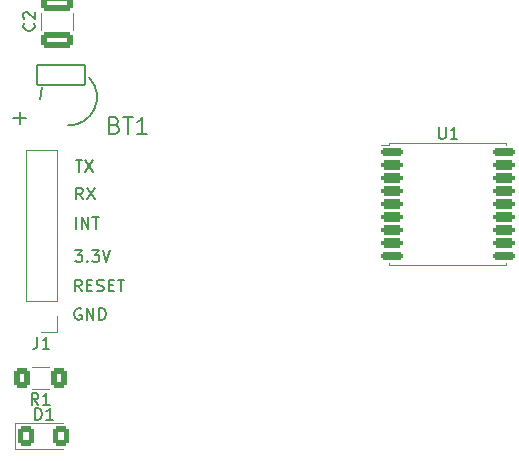
<source format=gbr>
%TF.GenerationSoftware,KiCad,Pcbnew,7.0.6-0*%
%TF.CreationDate,2024-12-08T09:24:40-03:00*%
%TF.ProjectId,CommsBoard,436f6d6d-7342-46f6-9172-642e6b696361,rev?*%
%TF.SameCoordinates,Original*%
%TF.FileFunction,Legend,Top*%
%TF.FilePolarity,Positive*%
%FSLAX46Y46*%
G04 Gerber Fmt 4.6, Leading zero omitted, Abs format (unit mm)*
G04 Created by KiCad (PCBNEW 7.0.6-0) date 2024-12-08 09:24:40*
%MOMM*%
%LPD*%
G01*
G04 APERTURE LIST*
G04 Aperture macros list*
%AMRoundRect*
0 Rectangle with rounded corners*
0 $1 Rounding radius*
0 $2 $3 $4 $5 $6 $7 $8 $9 X,Y pos of 4 corners*
0 Add a 4 corners polygon primitive as box body*
4,1,4,$2,$3,$4,$5,$6,$7,$8,$9,$2,$3,0*
0 Add four circle primitives for the rounded corners*
1,1,$1+$1,$2,$3*
1,1,$1+$1,$4,$5*
1,1,$1+$1,$6,$7*
1,1,$1+$1,$8,$9*
0 Add four rect primitives between the rounded corners*
20,1,$1+$1,$2,$3,$4,$5,0*
20,1,$1+$1,$4,$5,$6,$7,0*
20,1,$1+$1,$6,$7,$8,$9,0*
20,1,$1+$1,$8,$9,$2,$3,0*%
G04 Aperture macros list end*
%ADD10C,0.150000*%
%ADD11C,0.120000*%
%ADD12C,0.127000*%
%ADD13C,0.000100*%
%ADD14C,1.200000*%
%ADD15R,1.700000X1.700000*%
%ADD16O,1.700000X1.700000*%
%ADD17C,3.200000*%
%ADD18RoundRect,0.175000X-0.725000X-0.175000X0.725000X-0.175000X0.725000X0.175000X-0.725000X0.175000X0*%
%ADD19RoundRect,0.200000X-0.700000X-0.200000X0.700000X-0.200000X0.700000X0.200000X-0.700000X0.200000X0*%
%ADD20RoundRect,0.250000X0.400000X0.625000X-0.400000X0.625000X-0.400000X-0.625000X0.400000X-0.625000X0*%
%ADD21RoundRect,0.250000X1.100000X-0.412500X1.100000X0.412500X-1.100000X0.412500X-1.100000X-0.412500X0*%
%ADD22RoundRect,0.250001X-0.462499X-0.624999X0.462499X-0.624999X0.462499X0.624999X-0.462499X0.624999X0*%
%ADD23RoundRect,0.102000X2.050000X0.850000X-2.050000X0.850000X-2.050000X-0.850000X2.050000X-0.850000X0*%
%ADD24C,2.704000*%
%ADD25C,0.609600*%
G04 APERTURE END LIST*
D10*
X77018607Y-95469819D02*
X76685274Y-94993628D01*
X76447179Y-95469819D02*
X76447179Y-94469819D01*
X76447179Y-94469819D02*
X76828131Y-94469819D01*
X76828131Y-94469819D02*
X76923369Y-94517438D01*
X76923369Y-94517438D02*
X76970988Y-94565057D01*
X76970988Y-94565057D02*
X77018607Y-94660295D01*
X77018607Y-94660295D02*
X77018607Y-94803152D01*
X77018607Y-94803152D02*
X76970988Y-94898390D01*
X76970988Y-94898390D02*
X76923369Y-94946009D01*
X76923369Y-94946009D02*
X76828131Y-94993628D01*
X76828131Y-94993628D02*
X76447179Y-94993628D01*
X77447179Y-94946009D02*
X77780512Y-94946009D01*
X77923369Y-95469819D02*
X77447179Y-95469819D01*
X77447179Y-95469819D02*
X77447179Y-94469819D01*
X77447179Y-94469819D02*
X77923369Y-94469819D01*
X78304322Y-95422200D02*
X78447179Y-95469819D01*
X78447179Y-95469819D02*
X78685274Y-95469819D01*
X78685274Y-95469819D02*
X78780512Y-95422200D01*
X78780512Y-95422200D02*
X78828131Y-95374580D01*
X78828131Y-95374580D02*
X78875750Y-95279342D01*
X78875750Y-95279342D02*
X78875750Y-95184104D01*
X78875750Y-95184104D02*
X78828131Y-95088866D01*
X78828131Y-95088866D02*
X78780512Y-95041247D01*
X78780512Y-95041247D02*
X78685274Y-94993628D01*
X78685274Y-94993628D02*
X78494798Y-94946009D01*
X78494798Y-94946009D02*
X78399560Y-94898390D01*
X78399560Y-94898390D02*
X78351941Y-94850771D01*
X78351941Y-94850771D02*
X78304322Y-94755533D01*
X78304322Y-94755533D02*
X78304322Y-94660295D01*
X78304322Y-94660295D02*
X78351941Y-94565057D01*
X78351941Y-94565057D02*
X78399560Y-94517438D01*
X78399560Y-94517438D02*
X78494798Y-94469819D01*
X78494798Y-94469819D02*
X78732893Y-94469819D01*
X78732893Y-94469819D02*
X78875750Y-94517438D01*
X79304322Y-94946009D02*
X79637655Y-94946009D01*
X79780512Y-95469819D02*
X79304322Y-95469819D01*
X79304322Y-95469819D02*
X79304322Y-94469819D01*
X79304322Y-94469819D02*
X79780512Y-94469819D01*
X80066227Y-94469819D02*
X80637655Y-94469819D01*
X80351941Y-95469819D02*
X80351941Y-94469819D01*
X76504322Y-84369819D02*
X77075750Y-84369819D01*
X76790036Y-85369819D02*
X76790036Y-84369819D01*
X77313846Y-84369819D02*
X77980512Y-85369819D01*
X77980512Y-84369819D02*
X77313846Y-85369819D01*
X76970988Y-96917438D02*
X76875750Y-96869819D01*
X76875750Y-96869819D02*
X76732893Y-96869819D01*
X76732893Y-96869819D02*
X76590036Y-96917438D01*
X76590036Y-96917438D02*
X76494798Y-97012676D01*
X76494798Y-97012676D02*
X76447179Y-97107914D01*
X76447179Y-97107914D02*
X76399560Y-97298390D01*
X76399560Y-97298390D02*
X76399560Y-97441247D01*
X76399560Y-97441247D02*
X76447179Y-97631723D01*
X76447179Y-97631723D02*
X76494798Y-97726961D01*
X76494798Y-97726961D02*
X76590036Y-97822200D01*
X76590036Y-97822200D02*
X76732893Y-97869819D01*
X76732893Y-97869819D02*
X76828131Y-97869819D01*
X76828131Y-97869819D02*
X76970988Y-97822200D01*
X76970988Y-97822200D02*
X77018607Y-97774580D01*
X77018607Y-97774580D02*
X77018607Y-97441247D01*
X77018607Y-97441247D02*
X76828131Y-97441247D01*
X77447179Y-97869819D02*
X77447179Y-96869819D01*
X77447179Y-96869819D02*
X78018607Y-97869819D01*
X78018607Y-97869819D02*
X78018607Y-96869819D01*
X78494798Y-97869819D02*
X78494798Y-96869819D01*
X78494798Y-96869819D02*
X78732893Y-96869819D01*
X78732893Y-96869819D02*
X78875750Y-96917438D01*
X78875750Y-96917438D02*
X78970988Y-97012676D01*
X78970988Y-97012676D02*
X79018607Y-97107914D01*
X79018607Y-97107914D02*
X79066226Y-97298390D01*
X79066226Y-97298390D02*
X79066226Y-97441247D01*
X79066226Y-97441247D02*
X79018607Y-97631723D01*
X79018607Y-97631723D02*
X78970988Y-97726961D01*
X78970988Y-97726961D02*
X78875750Y-97822200D01*
X78875750Y-97822200D02*
X78732893Y-97869819D01*
X78732893Y-97869819D02*
X78494798Y-97869819D01*
X77118607Y-87669819D02*
X76785274Y-87193628D01*
X76547179Y-87669819D02*
X76547179Y-86669819D01*
X76547179Y-86669819D02*
X76928131Y-86669819D01*
X76928131Y-86669819D02*
X77023369Y-86717438D01*
X77023369Y-86717438D02*
X77070988Y-86765057D01*
X77070988Y-86765057D02*
X77118607Y-86860295D01*
X77118607Y-86860295D02*
X77118607Y-87003152D01*
X77118607Y-87003152D02*
X77070988Y-87098390D01*
X77070988Y-87098390D02*
X77023369Y-87146009D01*
X77023369Y-87146009D02*
X76928131Y-87193628D01*
X76928131Y-87193628D02*
X76547179Y-87193628D01*
X77451941Y-86669819D02*
X78118607Y-87669819D01*
X78118607Y-86669819D02*
X77451941Y-87669819D01*
X76547179Y-90169819D02*
X76547179Y-89169819D01*
X77023369Y-90169819D02*
X77023369Y-89169819D01*
X77023369Y-89169819D02*
X77594797Y-90169819D01*
X77594797Y-90169819D02*
X77594797Y-89169819D01*
X77928131Y-89169819D02*
X78499559Y-89169819D01*
X78213845Y-90169819D02*
X78213845Y-89169819D01*
X76451941Y-91969819D02*
X77070988Y-91969819D01*
X77070988Y-91969819D02*
X76737655Y-92350771D01*
X76737655Y-92350771D02*
X76880512Y-92350771D01*
X76880512Y-92350771D02*
X76975750Y-92398390D01*
X76975750Y-92398390D02*
X77023369Y-92446009D01*
X77023369Y-92446009D02*
X77070988Y-92541247D01*
X77070988Y-92541247D02*
X77070988Y-92779342D01*
X77070988Y-92779342D02*
X77023369Y-92874580D01*
X77023369Y-92874580D02*
X76975750Y-92922200D01*
X76975750Y-92922200D02*
X76880512Y-92969819D01*
X76880512Y-92969819D02*
X76594798Y-92969819D01*
X76594798Y-92969819D02*
X76499560Y-92922200D01*
X76499560Y-92922200D02*
X76451941Y-92874580D01*
X77499560Y-92874580D02*
X77547179Y-92922200D01*
X77547179Y-92922200D02*
X77499560Y-92969819D01*
X77499560Y-92969819D02*
X77451941Y-92922200D01*
X77451941Y-92922200D02*
X77499560Y-92874580D01*
X77499560Y-92874580D02*
X77499560Y-92969819D01*
X77880512Y-91969819D02*
X78499559Y-91969819D01*
X78499559Y-91969819D02*
X78166226Y-92350771D01*
X78166226Y-92350771D02*
X78309083Y-92350771D01*
X78309083Y-92350771D02*
X78404321Y-92398390D01*
X78404321Y-92398390D02*
X78451940Y-92446009D01*
X78451940Y-92446009D02*
X78499559Y-92541247D01*
X78499559Y-92541247D02*
X78499559Y-92779342D01*
X78499559Y-92779342D02*
X78451940Y-92874580D01*
X78451940Y-92874580D02*
X78404321Y-92922200D01*
X78404321Y-92922200D02*
X78309083Y-92969819D01*
X78309083Y-92969819D02*
X78023369Y-92969819D01*
X78023369Y-92969819D02*
X77928131Y-92922200D01*
X77928131Y-92922200D02*
X77880512Y-92874580D01*
X78785274Y-91969819D02*
X79118607Y-92969819D01*
X79118607Y-92969819D02*
X79451940Y-91969819D01*
X73277066Y-99334819D02*
X73277066Y-100049104D01*
X73277066Y-100049104D02*
X73229447Y-100191961D01*
X73229447Y-100191961D02*
X73134209Y-100287200D01*
X73134209Y-100287200D02*
X72991352Y-100334819D01*
X72991352Y-100334819D02*
X72896114Y-100334819D01*
X74277066Y-100334819D02*
X73705638Y-100334819D01*
X73991352Y-100334819D02*
X73991352Y-99334819D01*
X73991352Y-99334819D02*
X73896114Y-99477676D01*
X73896114Y-99477676D02*
X73800876Y-99572914D01*
X73800876Y-99572914D02*
X73705638Y-99620533D01*
X107258495Y-81544819D02*
X107258495Y-82354342D01*
X107258495Y-82354342D02*
X107306114Y-82449580D01*
X107306114Y-82449580D02*
X107353733Y-82497200D01*
X107353733Y-82497200D02*
X107448971Y-82544819D01*
X107448971Y-82544819D02*
X107639447Y-82544819D01*
X107639447Y-82544819D02*
X107734685Y-82497200D01*
X107734685Y-82497200D02*
X107782304Y-82449580D01*
X107782304Y-82449580D02*
X107829923Y-82354342D01*
X107829923Y-82354342D02*
X107829923Y-81544819D01*
X108829923Y-82544819D02*
X108258495Y-82544819D01*
X108544209Y-82544819D02*
X108544209Y-81544819D01*
X108544209Y-81544819D02*
X108448971Y-81687676D01*
X108448971Y-81687676D02*
X108353733Y-81782914D01*
X108353733Y-81782914D02*
X108258495Y-81830533D01*
X73343733Y-105074819D02*
X73010400Y-104598628D01*
X72772305Y-105074819D02*
X72772305Y-104074819D01*
X72772305Y-104074819D02*
X73153257Y-104074819D01*
X73153257Y-104074819D02*
X73248495Y-104122438D01*
X73248495Y-104122438D02*
X73296114Y-104170057D01*
X73296114Y-104170057D02*
X73343733Y-104265295D01*
X73343733Y-104265295D02*
X73343733Y-104408152D01*
X73343733Y-104408152D02*
X73296114Y-104503390D01*
X73296114Y-104503390D02*
X73248495Y-104551009D01*
X73248495Y-104551009D02*
X73153257Y-104598628D01*
X73153257Y-104598628D02*
X72772305Y-104598628D01*
X74296114Y-105074819D02*
X73724686Y-105074819D01*
X74010400Y-105074819D02*
X74010400Y-104074819D01*
X74010400Y-104074819D02*
X73915162Y-104217676D01*
X73915162Y-104217676D02*
X73819924Y-104312914D01*
X73819924Y-104312914D02*
X73724686Y-104360533D01*
X72969980Y-72766666D02*
X73017600Y-72814285D01*
X73017600Y-72814285D02*
X73065219Y-72957142D01*
X73065219Y-72957142D02*
X73065219Y-73052380D01*
X73065219Y-73052380D02*
X73017600Y-73195237D01*
X73017600Y-73195237D02*
X72922361Y-73290475D01*
X72922361Y-73290475D02*
X72827123Y-73338094D01*
X72827123Y-73338094D02*
X72636647Y-73385713D01*
X72636647Y-73385713D02*
X72493790Y-73385713D01*
X72493790Y-73385713D02*
X72303314Y-73338094D01*
X72303314Y-73338094D02*
X72208076Y-73290475D01*
X72208076Y-73290475D02*
X72112838Y-73195237D01*
X72112838Y-73195237D02*
X72065219Y-73052380D01*
X72065219Y-73052380D02*
X72065219Y-72957142D01*
X72065219Y-72957142D02*
X72112838Y-72814285D01*
X72112838Y-72814285D02*
X72160457Y-72766666D01*
X72160457Y-72385713D02*
X72112838Y-72338094D01*
X72112838Y-72338094D02*
X72065219Y-72242856D01*
X72065219Y-72242856D02*
X72065219Y-72004761D01*
X72065219Y-72004761D02*
X72112838Y-71909523D01*
X72112838Y-71909523D02*
X72160457Y-71861904D01*
X72160457Y-71861904D02*
X72255695Y-71814285D01*
X72255695Y-71814285D02*
X72350933Y-71814285D01*
X72350933Y-71814285D02*
X72493790Y-71861904D01*
X72493790Y-71861904D02*
X73065219Y-72433332D01*
X73065219Y-72433332D02*
X73065219Y-71814285D01*
X73072305Y-106334819D02*
X73072305Y-105334819D01*
X73072305Y-105334819D02*
X73310400Y-105334819D01*
X73310400Y-105334819D02*
X73453257Y-105382438D01*
X73453257Y-105382438D02*
X73548495Y-105477676D01*
X73548495Y-105477676D02*
X73596114Y-105572914D01*
X73596114Y-105572914D02*
X73643733Y-105763390D01*
X73643733Y-105763390D02*
X73643733Y-105906247D01*
X73643733Y-105906247D02*
X73596114Y-106096723D01*
X73596114Y-106096723D02*
X73548495Y-106191961D01*
X73548495Y-106191961D02*
X73453257Y-106287200D01*
X73453257Y-106287200D02*
X73310400Y-106334819D01*
X73310400Y-106334819D02*
X73072305Y-106334819D01*
X74596114Y-106334819D02*
X74024686Y-106334819D01*
X74310400Y-106334819D02*
X74310400Y-105334819D01*
X74310400Y-105334819D02*
X74215162Y-105477676D01*
X74215162Y-105477676D02*
X74119924Y-105572914D01*
X74119924Y-105572914D02*
X74024686Y-105620533D01*
X79808637Y-81406396D02*
X80008957Y-81473170D01*
X80008957Y-81473170D02*
X80075731Y-81539943D01*
X80075731Y-81539943D02*
X80142504Y-81673490D01*
X80142504Y-81673490D02*
X80142504Y-81873811D01*
X80142504Y-81873811D02*
X80075731Y-82007358D01*
X80075731Y-82007358D02*
X80008957Y-82074132D01*
X80008957Y-82074132D02*
X79875410Y-82140905D01*
X79875410Y-82140905D02*
X79341222Y-82140905D01*
X79341222Y-82140905D02*
X79341222Y-80738661D01*
X79341222Y-80738661D02*
X79808637Y-80738661D01*
X79808637Y-80738661D02*
X79942184Y-80805435D01*
X79942184Y-80805435D02*
X80008957Y-80872208D01*
X80008957Y-80872208D02*
X80075731Y-81005755D01*
X80075731Y-81005755D02*
X80075731Y-81139302D01*
X80075731Y-81139302D02*
X80008957Y-81272849D01*
X80008957Y-81272849D02*
X79942184Y-81339623D01*
X79942184Y-81339623D02*
X79808637Y-81406396D01*
X79808637Y-81406396D02*
X79341222Y-81406396D01*
X80543146Y-80738661D02*
X81344428Y-80738661D01*
X80943787Y-82140905D02*
X80943787Y-80738661D01*
X82546351Y-82140905D02*
X81745069Y-82140905D01*
X82145710Y-82140905D02*
X82145710Y-80738661D01*
X82145710Y-80738661D02*
X82012163Y-80938982D01*
X82012163Y-80938982D02*
X81878616Y-81072529D01*
X81878616Y-81072529D02*
X81745069Y-81139302D01*
X71226574Y-80786639D02*
X72294225Y-80786639D01*
X71760399Y-81320464D02*
X71760399Y-80252813D01*
D11*
%TO.C,J1*%
X74940400Y-98880000D02*
X73610400Y-98880000D01*
X74940400Y-97550000D02*
X74940400Y-98880000D01*
X74940400Y-96280000D02*
X74940400Y-83520000D01*
X74940400Y-96280000D02*
X72280400Y-96280000D01*
X74940400Y-83520000D02*
X72280400Y-83520000D01*
X72280400Y-96280000D02*
X72280400Y-83520000D01*
%TO.C,U1*%
X102370400Y-83080000D02*
X103060400Y-83080000D01*
X103060400Y-82930000D02*
X103060400Y-83080000D01*
X103060400Y-82930000D02*
X112980400Y-82930000D01*
X103060400Y-93100000D02*
X103060400Y-93250000D01*
X103060400Y-93250000D02*
X112980400Y-93250000D01*
X112980400Y-82930000D02*
X112980400Y-83080000D01*
X112980400Y-93100000D02*
X112980400Y-93250000D01*
%TO.C,R1*%
X74237464Y-103710000D02*
X72783336Y-103710000D01*
X74237464Y-101890000D02*
X72783336Y-101890000D01*
%TO.C,C2*%
X73550400Y-73311252D02*
X73550400Y-71888748D01*
X76270400Y-73311252D02*
X76270400Y-71888748D01*
%TO.C,D1*%
X71350400Y-106565000D02*
X71350400Y-108835000D01*
X71350400Y-108835000D02*
X75410400Y-108835000D01*
X75410400Y-106565000D02*
X71350400Y-106565000D01*
D12*
%TO.C,BT1*%
X75850400Y-81410000D02*
G75*
G03*
X77660400Y-77370001I68288J2394863D01*
G01*
X73650400Y-78180000D02*
G75*
G03*
X73500400Y-79227000I2893933J-948849D01*
G01*
%TD*%
%LPC*%
%TO.C,BT1*%
D13*
X75760400Y-81785000D02*
X73110400Y-81810000D01*
X73160400Y-79160000D01*
X75760400Y-81785000D01*
G36*
X75760400Y-81785000D02*
G01*
X73110400Y-81810000D01*
X73160400Y-79160000D01*
X75760400Y-81785000D01*
G37*
%TD*%
D14*
%TO.C,*%
X115510400Y-91400000D03*
%TD*%
D15*
%TO.C,J1*%
X73610400Y-97550000D03*
D16*
X73610400Y-95010000D03*
X73610400Y-92470000D03*
X73610400Y-89930000D03*
X73610400Y-87390000D03*
X73610400Y-84850000D03*
%TD*%
D17*
%TO.C,REF\u002A\u002A*%
X156700000Y-128100000D03*
%TD*%
%TO.C,REF\u002A\u002A*%
X74300000Y-128100000D03*
%TD*%
D18*
%TO.C,U1*%
X103270400Y-83690000D03*
D19*
X103270400Y-84790000D03*
X103270400Y-85890000D03*
X103270400Y-86990000D03*
X103270400Y-88090000D03*
X103270400Y-89190000D03*
X103270400Y-90290000D03*
X103270400Y-91390000D03*
D18*
X103270400Y-92490000D03*
X112770400Y-92490000D03*
D19*
X112770400Y-91390000D03*
X112770400Y-90290000D03*
X112770400Y-89190000D03*
X112770400Y-88090000D03*
X112770400Y-86990000D03*
X112770400Y-85890000D03*
X112770400Y-84790000D03*
D18*
X112770400Y-83690000D03*
%TD*%
D17*
%TO.C,REF\u002A\u002A*%
X74300000Y-45700000D03*
%TD*%
D20*
%TO.C,R1*%
X75060400Y-102800000D03*
X71960400Y-102800000D03*
%TD*%
D17*
%TO.C,REF\u002A\u002A*%
X156700000Y-45700000D03*
%TD*%
D21*
%TO.C,C2*%
X74910400Y-74162500D03*
X74910400Y-71037500D03*
%TD*%
D22*
%TO.C,D1*%
X72322900Y-107700000D03*
X75297900Y-107700000D03*
%TD*%
D23*
%TO.C,BT1*%
X75260400Y-77160000D03*
%TD*%
D24*
%TO.C,*%
X115510400Y-91400000D03*
%TD*%
D25*
X115910400Y-93210000D03*
X129610400Y-88100000D03*
X117510400Y-91410000D03*
X134310400Y-83500000D03*
X116810400Y-84900000D03*
X116710400Y-90010000D03*
X132910400Y-98100000D03*
X145510400Y-81600000D03*
X129810400Y-117000000D03*
X120310400Y-86500000D03*
X101210400Y-106500000D03*
X109510400Y-92510000D03*
X108710400Y-112800000D03*
X140910400Y-101600000D03*
X115110400Y-93210000D03*
X109610400Y-102100000D03*
X117310400Y-92210000D03*
X123010400Y-93800000D03*
X109410400Y-90310000D03*
X97310400Y-99400000D03*
X117310400Y-90610000D03*
X105010400Y-92100000D03*
X114310400Y-90010000D03*
X105010400Y-91000000D03*
X122010400Y-109300000D03*
X115110400Y-89610000D03*
X115910400Y-89610000D03*
X113010400Y-124000000D03*
X114310400Y-92810000D03*
X124410400Y-83700000D03*
X116710400Y-92810000D03*
X146110400Y-96800000D03*
X117210400Y-100800000D03*
X105510400Y-94400000D03*
X105210400Y-89500000D03*
%LPD*%
M02*

</source>
